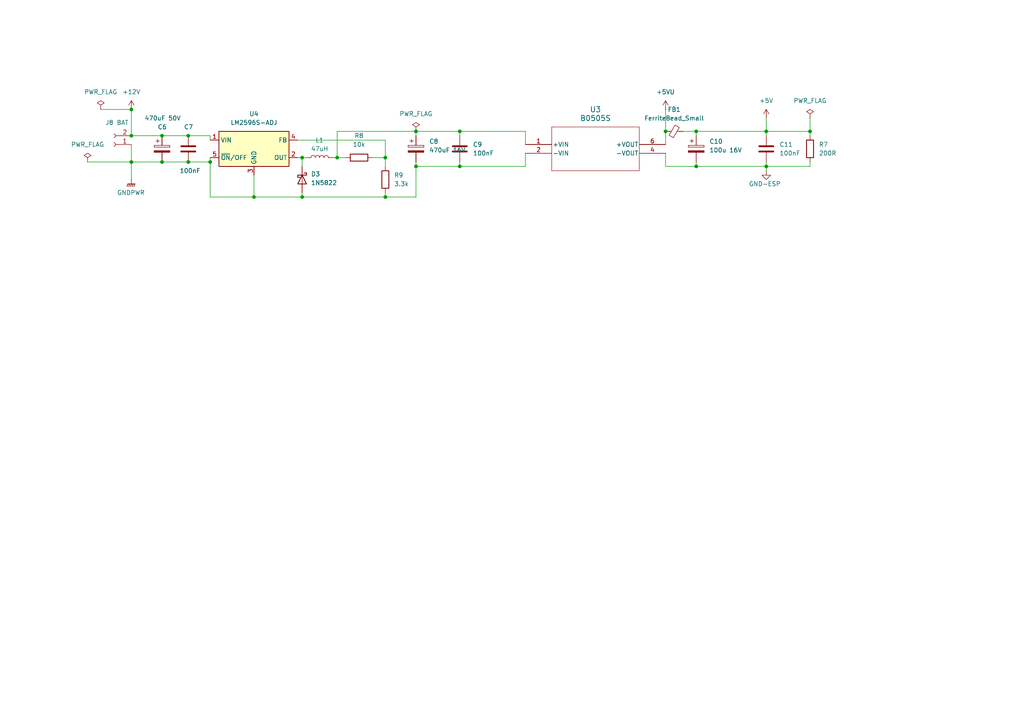
<source format=kicad_sch>
(kicad_sch (version 20241209) (generator "eeschema") (generator_version "9.0")
  (paper "A4")
  (lib_symbols
    (symbol "B0505S:RFB-0505S" (pin_names (offset 0.254))
      (property "Reference" "U" (at 20.32 10.16 0))
      (property "Value" "RFB-0505S" (at 20.32 7.62 0))
      (symbol "RFB-0505S_0_1"
        (polyline (pts (xy 7.62 5.08) (xy 7.62 -7.62)) (stroke (width 0.127)))
        (polyline (pts (xy 7.62 -7.62) (xy 33.02 -7.62)) (stroke (width 0.127)))
        (polyline (pts (xy 33.02 5.08) (xy 7.62 5.08)) (stroke (width 0.127)))
        (polyline (pts (xy 33.02 -7.62) (xy 33.02 5.08)) (stroke (width 0.127)))
        (pin power_in line (at 0 0 0) (length 7.62) (name "+VIN") (number "1"))
        (pin power_in line (at 0 -2.54 0) (length 7.62) (name "-VIN") (number "2"))
        (pin output line (at 40.64 0 180) (length 7.62) (name "+VOUT") (number "6"))
        (pin output line (at 40.64 -2.54 180) (length 7.62) (name "-VOUT") (number "4"))
      )
    )
    (symbol "Connector:Conn_01x02_Socket" (pin_names (offset 1.016) (hide yes))
      (property "Reference" "J" (at 0 2.54 0))
      (property "Value" "Conn_01x02_Socket" (at 0 -5.08 0))
      (symbol "Conn_01x02_Socket_1_1"
        (polyline (pts (xy -1.27 0) (xy -0.508 0)) (stroke (width 0.1524)))
        (polyline (pts (xy -1.27 -2.54) (xy -0.508 -2.54)) (stroke (width 0.1524)))
        (arc (start 0 -0.508) (mid -0.5058 0) (end 0 0.508) (stroke (width 0.1524)))
        (arc (start 0 -3.048) (mid -0.5058 -2.54) (end 0 -2.032) (stroke (width 0.1524)))
        (pin passive line (at -5.08 0 0) (length 3.81) (name "Pin_1") (number "1"))
        (pin passive line (at -5.08 -2.54 0) (length 3.81) (name "Pin_2") (number "2"))
      )
    )
    (symbol "Device:C" (pin_numbers (hide yes)) (pin_names (offset 0.254))
      (property "Reference" "C" (at 0.635 2.54 0))
      (property "Value" "C" (at 0.635 -2.54 0))
      (symbol "C_0_1"
        (polyline (pts (xy -2.032 0.762) (xy 2.032 0.762)) (stroke (width 0.508)))
        (polyline (pts (xy -2.032 -0.762) (xy 2.032 -0.762)) (stroke (width 0.508)))
      )
      (symbol "C_1_1"
        (pin passive line (at 0 3.81 270) (length 2.794) (name "~") (number "1"))
        (pin passive line (at 0 -3.81 90) (length 2.794) (name "~") (number "2"))
      )
    )
    (symbol "Device:C_Polarized" (pin_numbers (hide yes)) (pin_names (offset 0.254))
      (property "Reference" "C" (at 0.635 2.54 0))
      (property "Value" "C_Polarized" (at 0.635 -2.54 0))
      (symbol "C_Polarized_0_1"
        (rectangle (start -2.286 0.508) (end 2.286 1.016))
        (polyline (pts (xy -1.778 2.286) (xy -0.762 2.286)))
        (polyline (pts (xy -1.27 2.794) (xy -1.27 1.778)))
        (rectangle (start 2.286 -0.508) (end -2.286 -1.016) (fill (type outline)))
      )
      (symbol "C_Polarized_1_1"
        (pin passive line (at 0 3.81 270) (length 2.794) (name "~") (number "1"))
        (pin passive line (at 0 -3.81 90) (length 2.794) (name "~") (number "2"))
      )
    )
    (symbol "Device:FerriteBead_Small" (pin_numbers (hide yes)) (pin_names (offset 0))
      (property "Reference" "FB" (at 1.905 1.27 0))
      (property "Value" "FerriteBead_Small" (at 1.905 -1.27 0))
      (symbol "FerriteBead_Small_0_1"
        (polyline (pts (xy -1.8288 0.2794) (xy -1.1176 1.4986) (xy 1.8288 -0.2032) (xy 1.1176 -1.4224) (xy -1.8288 0.2794)))
        (polyline (pts (xy 0 0.889) (xy 0 1.2954)))
        (polyline (pts (xy 0 -1.27) (xy 0 -0.7874)))
      )
      (symbol "FerriteBead_Small_1_1"
        (pin passive line (at 0 2.54 270) (length 1.27) (name "~") (number "1"))
        (pin passive line (at 0 -2.54 90) (length 1.27) (name "~") (number "2"))
      )
    )
    (symbol "Device:L" (pin_numbers (hide yes)) (pin_names (offset 1.016) (hide yes))
      (property "Reference" "L" (at -1.27 0 90))
      (property "Value" "L" (at 1.905 0 90))
      (symbol "L_0_1"
        (arc (start 0 2.54) (mid 0.6323 1.905) (end 0 1.27))
        (arc (start 0 1.27) (mid 0.6323 0.635) (end 0 0))
        (arc (start 0 0) (mid 0.6323 -0.635) (end 0 -1.27))
        (arc (start 0 -1.27) (mid 0.6323 -1.905) (end 0 -2.54))
      )
      (symbol "L_1_1"
        (pin passive line (at 0 3.81 270) (length 1.27) (name "1") (number "1"))
        (pin passive line (at 0 -3.81 90) (length 1.27) (name "2") (number "2"))
      )
    )
    (symbol "Device:R" (pin_numbers (hide yes)) (pin_names (offset 0))
      (property "Reference" "R" (at 2.032 0 90))
      (property "Value" "R" (at 0 0 90))
      (symbol "R_0_1"
        (rectangle (start -1.016 -2.54) (end 1.016 2.54) (stroke (width 0.254)))
      )
      (symbol "R_1_1"
        (pin passive line (at 0 3.81 270) (length 1.27) (name "~") (number "1"))
        (pin passive line (at 0 -3.81 90) (length 1.27) (name "~") (number "2"))
      )
    )
    (symbol "Diode:1N5822" (pin_numbers (hide yes)) (pin_names (offset 1.016) (hide yes))
      (property "Reference" "D" (at 0 2.54 0))
      (property "Value" "1N5822" (at 0 -2.54 0))
      (symbol "1N5822_0_1"
        (polyline (pts (xy -1.905 0.635) (xy -1.905 1.27) (xy -1.27 1.27) (xy -1.27 -1.27) (xy -0.635 -1.27) (xy -0.635 -0.635)) (stroke (width 0.254)))
        (polyline (pts (xy 1.27 1.27) (xy 1.27 -1.27) (xy -1.27 0) (xy 1.27 1.27)) (stroke (width 0.254)))
        (polyline (pts (xy 1.27 0) (xy -1.27 0)))
      )
      (symbol "1N5822_1_1"
        (pin passive line (at -3.81 0 0) (length 2.54) (name "K") (number "1"))
        (pin passive line (at 3.81 0 180) (length 2.54) (name "A") (number "2"))
      )
    )
    (symbol "Regulator_Switching:LM2596S-ADJ"
      (property "Reference" "U2" (at 0 10.16 0))
      (property "Value" "LM2596S-ADJ" (at 0 7.62 0))
      (symbol "LM2596S-ADJ_0_1"
        (rectangle (start -10.16 5.08) (end 10.16 -5.08) (stroke (width 0.254)) (fill (type background)))
      )
      (symbol "LM2596S-ADJ_1_1"
        (pin power_in line (at -12.7 2.54 0) (length 2.54) (name "VIN") (number "1"))
        (pin input line (at -12.7 -2.54 0) (length 2.54) (name "~{ON}/OFF") (number "5"))
        (pin power_in line (at 0 -7.62 90) (length 2.54) (name "GND") (number "3"))
        (pin input line (at 12.7 2.54 180) (length 2.54) (name "FB") (number "4"))
        (pin power_out line (at 12.7 -2.54 180) (length 2.54) (name "OUT") (number "2"))
      )
    )
    (symbol "power:+12V" (power) (pin_numbers (hide yes)) (pin_names (offset 0) (hide yes))
      (property "Value" "+12V" (at 0 3.556 0))
      (symbol "+12V_0_1"
        (polyline (pts (xy -0.762 1.27) (xy 0 2.54)))
        (polyline (pts (xy 0 2.54) (xy 0.762 1.27)))
        (polyline (pts (xy 0 0) (xy 0 2.54)))
      )
      (symbol "+12V_1_1"
        (pin power_in line (at 0 0 90) (length 0) (name "~") (number "1"))
      )
    )
    (symbol "power:GND" (power) (pin_numbers (hide yes)) (pin_names (offset 0) (hide yes))
      (property "Value" "GND" (at 0 -3.81 0))
      (symbol "GND_0_1"
        (polyline (pts (xy 0 0) (xy 0 -1.27) (xy 1.27 -1.27) (xy 0 -2.54) (xy -1.27 -1.27) (xy 0 -1.27)))
      )
      (symbol "GND_1_1"
        (pin power_in line (at 0 0 270) (length 0) (name "~") (number "1"))
      )
    )
    (symbol "power:GNDPWR" (power) (pin_numbers (hide yes)) (pin_names (offset 0) (hide yes))
      (property "Value" "GNDPWR" (at 0 -3.302 0))
      (symbol "GNDPWR_0_1"
        (polyline (pts (xy -1.016 -1.27) (xy -1.27 -2.032) (xy -1.27 -2.032)) (stroke (width 0.2032)))
        (polyline (pts (xy -0.508 -1.27) (xy -0.762 -2.032) (xy -0.762 -2.032)) (stroke (width 0.2032)))
        (polyline (pts (xy 0 -1.27) (xy 0 0)))
        (polyline (pts (xy 0 -1.27) (xy -0.254 -2.032) (xy -0.254 -2.032)) (stroke (width 0.2032)))
        (polyline (pts (xy 0.508 -1.27) (xy 0.254 -2.032) (xy 0.254 -2.032)) (stroke (width 0.2032)))
        (polyline (pts (xy 1.016 -1.27) (xy 0.762 -2.032) (xy 0.762 -2.032) (xy 0.762 -2.032)) (stroke (width 0.2032)))
        (polyline (pts (xy 1.016 -1.27) (xy -1.016 -1.27) (xy -1.016 -1.27)) (stroke (width 0.2032)))
      )
      (symbol "GNDPWR_1_1"
        (pin power_in line (at 0 0 270) (length 0) (name "~") (number "1"))
      )
    )
    (symbol "power:PWR_FLAG" (power) (pin_numbers (hide yes)) (pin_names (offset 0) (hide yes))
      (property "Value" "PWR_FLAG" (at 0 3.81 0))
      (symbol "PWR_FLAG_0_0"
        (pin power_out line (at 0 0 90) (length 0) (name "~") (number "1"))
      )
      (symbol "PWR_FLAG_0_1"
        (polyline (pts (xy 0 0) (xy 0 1.27) (xy -1.016 1.905) (xy 0 2.54) (xy 1.016 1.905) (xy 0 1.27)))
      )
    )
  )
  (junction (at 38.1 31.75))
  (junction (at 46.99 39.37))
  (junction (at 133.35 38.1))
  (junction (at 87.63 45.72))
  (junction (at 60.96 46.99))
  (junction (at 222.25 38.1))
  (junction (at 54.61 39.37))
  (junction (at 54.61 46.99))
  (junction (at 38.1 39.37))
  (junction (at 111.76 45.72))
  (junction (at 222.25 48.26))
  (junction (at 120.65 38.1))
  (junction (at 38.1 46.99))
  (junction (at 193.04 38.1))
  (junction (at 234.95 38.1))
  (junction (at 97.79 45.72))
  (junction (at 46.99 46.99))
  (junction (at 111.76 57.15))
  (junction (at 201.93 38.1))
  (junction (at 87.63 57.15))
  (junction (at 73.66 57.15))
  (junction (at 201.93 48.26))
  (junction (at 133.35 48.26))
  (junction (at 120.65 48.26))
  (wire (pts (xy 198.12 38.1) (xy 201.93 38.1)))
  (wire (pts (xy 86.36 45.72) (xy 87.63 45.72)))
  (wire (pts (xy 54.61 39.37) (xy 60.96 39.37)))
  (wire (pts (xy 111.76 57.15) (xy 120.65 57.15)))
  (wire (pts (xy 234.95 39.37) (xy 234.95 38.1)))
  (wire (pts (xy 120.65 46.99) (xy 120.65 48.26)))
  (wire (pts (xy 120.65 38.1) (xy 133.35 38.1)))
  (wire (pts (xy 97.79 38.1) (xy 120.65 38.1)))
  (wire (pts (xy 25.4 46.99) (xy 38.1 46.99)))
  (wire (pts (xy 107.95 45.72) (xy 111.76 45.72)))
  (wire (pts (xy 46.99 46.99) (xy 54.61 46.99)))
  (wire (pts (xy 111.76 40.64) (xy 111.76 45.72)))
  (wire (pts (xy 60.96 45.72) (xy 60.96 46.99)))
  (wire (pts (xy 201.93 38.1) (xy 222.25 38.1)))
  (wire (pts (xy 120.65 39.37) (xy 120.65 38.1)))
  (wire (pts (xy 234.95 34.29) (xy 234.95 38.1)))
  (wire (pts (xy 222.25 38.1) (xy 222.25 39.37)))
  (wire (pts (xy 152.4 48.26) (xy 152.4 44.45)))
  (wire (pts (xy 193.04 38.1) (xy 193.04 41.91)))
  (wire (pts (xy 73.66 57.15) (xy 87.63 57.15)))
  (wire (pts (xy 73.66 57.15) (xy 73.66 50.8)))
  (wire (pts (xy 54.61 46.99) (xy 60.96 46.99)))
  (wire (pts (xy 201.93 46.99) (xy 201.93 48.26)))
  (wire (pts (xy 60.96 46.99) (xy 60.96 57.15)))
  (wire (pts (xy 152.4 38.1) (xy 152.4 41.91)))
  (wire (pts (xy 111.76 45.72) (xy 111.76 48.26)))
  (wire (pts (xy 87.63 45.72) (xy 87.63 48.26)))
  (wire (pts (xy 234.95 46.99) (xy 234.95 48.26)))
  (wire (pts (xy 133.35 38.1) (xy 152.4 38.1)))
  (wire (pts (xy 120.65 48.26) (xy 133.35 48.26)))
  (wire (pts (xy 133.35 39.37) (xy 133.35 38.1)))
  (wire (pts (xy 87.63 45.72) (xy 88.9 45.72)))
  (wire (pts (xy 38.1 46.99) (xy 46.99 46.99)))
  (wire (pts (xy 60.96 57.15) (xy 73.66 57.15)))
  (wire (pts (xy 38.1 39.37) (xy 46.99 39.37)))
  (wire (pts (xy 201.93 48.26) (xy 222.25 48.26)))
  (wire (pts (xy 222.25 34.29) (xy 222.25 38.1)))
  (wire (pts (xy 96.52 45.72) (xy 97.79 45.72)))
  (wire (pts (xy 29.21 31.75) (xy 38.1 31.75)))
  (wire (pts (xy 222.25 46.99) (xy 222.25 48.26)))
  (wire (pts (xy 87.63 55.88) (xy 87.63 57.15)))
  (wire (pts (xy 193.04 48.26) (xy 201.93 48.26)))
  (wire (pts (xy 193.04 31.75) (xy 193.04 38.1)))
  (wire (pts (xy 60.96 39.37) (xy 60.96 40.64)))
  (wire (pts (xy 87.63 57.15) (xy 111.76 57.15)))
  (wire (pts (xy 133.35 48.26) (xy 152.4 48.26)))
  (wire (pts (xy 97.79 45.72) (xy 100.33 45.72)))
  (wire (pts (xy 97.79 38.1) (xy 97.79 45.72)))
  (wire (pts (xy 193.04 44.45) (xy 193.04 48.26)))
  (wire (pts (xy 46.99 39.37) (xy 54.61 39.37)))
  (wire (pts (xy 133.35 46.99) (xy 133.35 48.26)))
  (wire (pts (xy 111.76 55.88) (xy 111.76 57.15)))
  (wire (pts (xy 86.36 40.64) (xy 111.76 40.64)))
  (wire (pts (xy 38.1 46.99) (xy 38.1 52.07)))
  (wire (pts (xy 38.1 41.91) (xy 38.1 46.99)))
  (wire (pts (xy 120.65 48.26) (xy 120.65 57.15)))
  (wire (pts (xy 201.93 39.37) (xy 201.93 38.1)))
  (wire (pts (xy 222.25 48.26) (xy 234.95 48.26)))
  (wire (pts (xy 38.1 31.75) (xy 38.1 39.37)))
  (wire (pts (xy 222.25 49.53) (xy 222.25 48.26)))
  (wire (pts (xy 222.25 38.1) (xy 234.95 38.1)))
  (symbol (lib_id "power:+12V") (at 38.1 31.75 0) (unit 1)
    (property "Reference" "#PWR0101" (effects (hide yes)))
    (property "Value" "+12V" (at 38.1 26.67 0))
    (property "Description" "Power symbol creates a global label with name \"+12V\"" (effects (hide yes)))
  )
  (symbol (lib_id "Device:R") (at 111.76 52.07 180) (unit 1)
    (property "Reference" "R9" (at 114.3 50.7999 0) (effects (justify right)))
    (property "Value" "3.3k" (at 114.3 53.3399 0) (effects (justify right)))
    (property "Footprint" "Resistor_SMD:R_1206_3216Metric" (effects (hide yes)))
    (property "Description" "Resistor" (effects (hide yes)))
  )
  (symbol (lib_id "Diode:1N5822") (at 87.63 52.07 270) (unit 1)
    (property "Reference" "D3" (at 90.17 50.4824 90) (effects (justify left)))
    (property "Value" "1N5822" (at 90.17 53.0224 90) (effects (justify left)))
    (property "Footprint" "Diode_SMD:D_SMA" (effects (hide yes)))
    (property "Datasheet" "http://www.vishay.com/docs/88526/1n5820.pdf" (effects (hide yes)))
    (property "Description" "40V 3A Schottky Barrier Rectifier Diode, DO-201AD" (effects (hide yes)))
  )
  (symbol (lib_id "power:GND") (at 222.25 49.53 0) (unit 1)
    (property "Reference" "#PWR0103" (effects (hide yes)))
    (property "Value" "GND-ESP" (at 217.17 53.34 0) (effects (justify left)))
    (property "Description" "Power symbol creates a global label with name \"GND\" , ground" (effects (hide yes)))
  )
  (symbol (lib_id "Device:C_Polarized") (at 46.99 43.18 0) (unit 1)
    (property "Reference" "C6" (at 45.72 36.83 0) (effects (justify left)))
    (property "Value" "470uF 50V" (at 41.91 34.29 0) (effects (justify left)))
    (property "Footprint" "Capacitor_THT:CP_Radial_D10.0mm_P3.80mm" (effects (hide yes)))
    (property "Description" "Polarized capacitor" (effects (hide yes)))
  )
  (symbol (lib_id "power:PWR_FLAG") (at 234.95 34.29 0) (unit 1)
    (property "Reference" "#FLG01" (effects (hide yes)))
    (property "Value" "PWR_FLAG" (at 234.95 29.21 0))
    (property "Description" "Special symbol for telling ERC where power comes from" (effects (hide yes)))
  )
  (symbol (lib_id "Device:C") (at 54.61 43.18 0) (unit 1)
    (property "Reference" "C7" (at 53.34 36.83 0) (effects (justify left)))
    (property "Value" "100nF" (at 52.07 49.53 0) (effects (justify left)))
    (property "Footprint" "Capacitor_SMD:C_1206_3216Metric" (effects (hide yes)))
    (property "Description" "Unpolarized capacitor" (effects (hide yes)))
  )
  (symbol (lib_id "Device:C_Polarized") (at 201.93 43.18 0) (unit 1)
    (property "Reference" "C10" (at 205.74 41.0209 0) (effects (justify left)))
    (property "Value" "100u 16V" (at 205.74 43.5609 0) (effects (justify left)))
    (property "Footprint" "Capacitor_Tantalum_SMD:CP_EIA-7343-31_Kemet-D" (effects (hide yes)))
    (property "Description" "Polarized capacitor" (effects (hide yes)))
  )
  (symbol (lib_id "Device:C") (at 133.35 43.18 0) (unit 1)
    (property "Reference" "C9" (at 137.16 41.9099 0) (effects (justify left)))
    (property "Value" "100nF" (at 137.16 44.4499 0) (effects (justify left)))
    (property "Footprint" "Capacitor_SMD:C_1206_3216Metric" (effects (hide yes)))
    (property "Description" "Unpolarized capacitor" (effects (hide yes)))
  )
  (symbol (lib_id "power:GNDPWR") (at 38.1 52.07 0) (unit 1)
    (property "Reference" "#PWR0104" (effects (hide yes)))
    (property "Value" "GNDPWR" (at 37.973 55.88 0))
    (property "Description" "Power symbol creates a global label with name \"GNDPWR\" , global ground" (effects (hide yes)))
  )
  (symbol (lib_id "Device:C_Polarized") (at 120.65 43.18 0) (unit 1)
    (property "Reference" "C8" (at 124.46 41.0209 0) (effects (justify left)))
    (property "Value" "470uF 16V" (at 124.46 43.5609 0) (effects (justify left)))
    (property "Footprint" "Capacitor_THT:CP_Radial_D8.0mm_P3.50mm" (effects (hide yes)))
    (property "Description" "Polarized capacitor" (effects (hide yes)))
  )
  (symbol (lib_id "power:PWR_FLAG") (at 29.21 31.75 0) (unit 1)
    (property "Reference" "#FLG0101" (effects (hide yes)))
    (property "Value" "PWR_FLAG" (at 29.21 26.67 0))
    (property "Description" "Special symbol for telling ERC where power comes from" (effects (hide yes)))
  )
  (symbol (lib_id "Device:L") (at 92.71 45.72 90) (unit 1)
    (property "Reference" "L1" (at 92.71 40.64 90))
    (property "Value" "47uH" (at 92.71 43.18 90))
    (property "Footprint" "Inductor_SMD:L_12x12mm_H6mm" (effects (hide yes)))
    (property "Description" "Inductor" (effects (hide yes)))
  )
  (symbol (lib_id "Connector:Conn_01x02_Socket") (at 33.02 41.91 180) (unit 1)
    (property "Reference" "J8" (at 31.75 35.56 0))
    (property "Value" "BAT" (at 35.56 35.56 0))
    (property "Footprint" "Connector_JST:JST_XH_B2B-XH-A_1x02_P2.50mm_Vertical" (effects (hide yes)))
    (property "Description" "Generic connector, single row, 01x02, script generated" (effects (hide yes)))
  )
  (symbol (lib_id "Device:C") (at 222.25 43.18 0) (unit 1)
    (property "Reference" "C11" (at 226.06 41.9099 0) (effects (justify left)))
    (property "Value" "100nF" (at 226.06 44.4499 0) (effects (justify left)))
    (property "Footprint" "Capacitor_SMD:C_0805_2012Metric" (effects (hide yes)))
    (property "Description" "Unpolarized capacitor" (effects (hide yes)))
  )
  (symbol (lib_id "power:+12V") (at 193.04 31.75 0) (unit 1)
    (property "Reference" "#PWR026" (effects (hide yes)))
    (property "Value" "+5VU" (at 193.04 26.67 0))
    (property "Description" "Power symbol creates a global label with name \"+12V\"" (effects (hide yes)))
  )
  (symbol (lib_id "Device:R") (at 234.95 43.18 180) (unit 1)
    (property "Reference" "R7" (at 237.49 41.9099 0) (effects (justify right)))
    (property "Value" "200R" (at 237.49 44.4499 0) (effects (justify right)))
    (property "Footprint" "Resistor_SMD:R_1206_3216Metric" (effects (hide yes)))
    (property "Description" "Resistor" (effects (hide yes)))
  )
  (symbol (lib_id "Device:FerriteBead_Small") (at 195.58 38.1 90) (unit 1)
    (property "Reference" "FB1" (at 195.5419 31.75 90))
    (property "Value" "FerriteBead_Small" (at 195.5419 34.29 90))
    (property "Footprint" "Inductor_SMD:L_1206_3216Metric" (effects (hide yes)))
    (property "Description" "Ferrite bead, small symbol" (effects (hide yes)))
  )
  (symbol (lib_id "power:+12V") (at 222.25 34.29 0) (unit 1)
    (property "Reference" "#PWR0102" (effects (hide yes)))
    (property "Value" "+5V" (at 222.25 29.21 0))
    (property "Description" "Power symbol creates a global label with name \"+12V\"" (effects (hide yes)))
  )
  (symbol (lib_id "Device:R") (at 104.14 45.72 270) (unit 1)
    (property "Reference" "R8" (at 104.14 39.37 90))
    (property "Value" "10k" (at 104.14 41.91 90))
    (property "Footprint" "Resistor_SMD:R_1206_3216Metric" (effects (hide yes)))
    (property "Description" "Resistor" (effects (hide yes)))
  )
  (symbol (lib_id "B0505S:RFB-0505S") (at 152.4 41.91 0) (unit 1)
    (property "Reference" "U3" (at 172.72 31.75 0) (effects (font (size 1.524 1.524))))
    (property "Value" "B0505S" (at 172.72 34.29 0) (effects (font (size 1.524 1.524))))
    (property "Footprint" "trypillia:B0505S" (effects (hide yes)))
    (property "Datasheet" "RFB-0505S" (effects (hide yes)))
  )
  (symbol (lib_id "Regulator_Switching:LM2596S-ADJ") (at 73.66 43.18 0) (unit 1)
    (property "Reference" "U4" (at 73.66 33.02 0))
    (property "Value" "LM2596S-ADJ" (at 73.66 35.56 0))
    (property "Footprint" "Package_TO_SOT_SMD:TO-263-5_TabPin3" (effects (hide yes)))
    (property "Datasheet" "http://www.ti.com/lit/ds/symlink/lm2596.pdf" (effects (hide yes)))
    (property "Description" "Adjustable 3A Step-Down Voltage Regulator, TO-263" (effects (hide yes)))
  )
  (symbol (lib_id "power:PWR_FLAG") (at 25.4 46.99 0) (unit 1)
    (property "Reference" "#FLG0103" (effects (hide yes)))
    (property "Value" "PWR_FLAG" (at 25.4 41.91 0))
    (property "Description" "Special symbol for telling ERC where power comes from" (effects (hide yes)))
  )
  (symbol (lib_id "power:PWR_FLAG") (at 120.65 38.1 0) (unit 1)
    (property "Reference" "#FLG0102" (effects (hide yes)))
    (property "Value" "PWR_FLAG" (at 120.65 33.02 0))
    (property "Description" "Special symbol for telling ERC where power comes from" (effects (hide yes)))
  )
)
</source>
